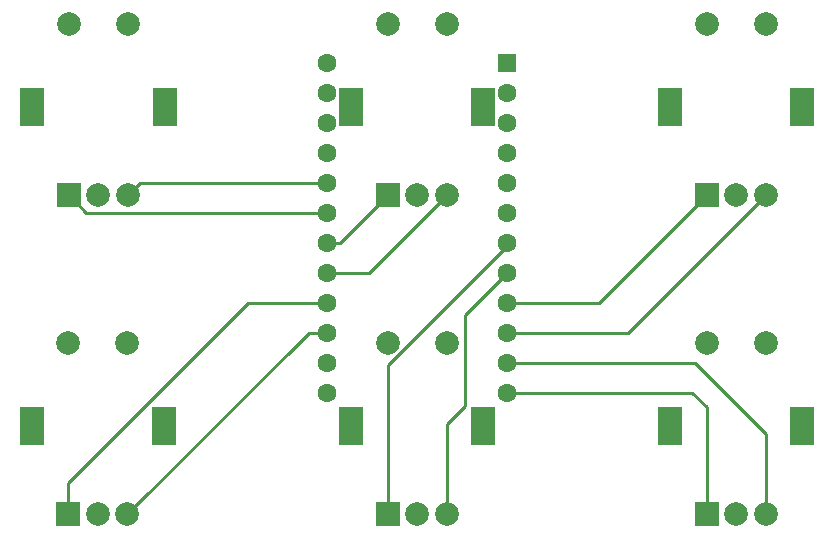
<source format=gbr>
%TF.GenerationSoftware,KiCad,Pcbnew,(6.0.1)*%
%TF.CreationDate,2022-05-09T03:02:38-04:00*%
%TF.ProjectId,RotaryEncoderHorror,526f7461-7279-4456-9e63-6f646572486f,rev?*%
%TF.SameCoordinates,Original*%
%TF.FileFunction,Copper,L1,Top*%
%TF.FilePolarity,Positive*%
%FSLAX46Y46*%
G04 Gerber Fmt 4.6, Leading zero omitted, Abs format (unit mm)*
G04 Created by KiCad (PCBNEW (6.0.1)) date 2022-05-09 03:02:38*
%MOMM*%
%LPD*%
G01*
G04 APERTURE LIST*
%TA.AperFunction,ComponentPad*%
%ADD10C,2.000000*%
%TD*%
%TA.AperFunction,ComponentPad*%
%ADD11R,2.000000X3.200000*%
%TD*%
%TA.AperFunction,ComponentPad*%
%ADD12R,2.000000X2.000000*%
%TD*%
%TA.AperFunction,ComponentPad*%
%ADD13R,1.600000X1.600000*%
%TD*%
%TA.AperFunction,ComponentPad*%
%ADD14C,1.600000*%
%TD*%
%TA.AperFunction,Conductor*%
%ADD15C,0.250000*%
%TD*%
G04 APERTURE END LIST*
D10*
%TO.P,SW6,S2,S2*%
%TO.N,unconnected-(SW6-PadS2)*%
X177000000Y-57250000D03*
%TO.P,SW6,S1,S1*%
%TO.N,unconnected-(SW6-PadS1)*%
X182000000Y-57250000D03*
D11*
%TO.P,SW6,MP*%
%TO.N,N/C*%
X185100000Y-64250000D03*
X173900000Y-64250000D03*
D10*
%TO.P,SW6,C,C*%
%TO.N,GND*%
X179500000Y-71750000D03*
%TO.P,SW6,B,B*%
%TO.N,/ROT_12*%
X182000000Y-71750000D03*
D12*
%TO.P,SW6,A,A*%
%TO.N,/ROT_11*%
X177000000Y-71750000D03*
%TD*%
%TO.P,SW3,A,A*%
%TO.N,/ROT_5*%
X122950000Y-71750000D03*
D10*
%TO.P,SW3,B,B*%
%TO.N,/ROT_6*%
X127950000Y-71750000D03*
%TO.P,SW3,C,C*%
%TO.N,GND*%
X125450000Y-71750000D03*
D11*
%TO.P,SW3,MP*%
%TO.N,N/C*%
X119850000Y-64250000D03*
X131050000Y-64250000D03*
D10*
%TO.P,SW3,S1,S1*%
%TO.N,unconnected-(SW3-PadS1)*%
X127950000Y-57250000D03*
%TO.P,SW3,S2,S2*%
%TO.N,unconnected-(SW3-PadS2)*%
X122950000Y-57250000D03*
%TD*%
%TO.P,SW4,S2,S2*%
%TO.N,unconnected-(SW4-PadS2)*%
X150000000Y-57250000D03*
%TO.P,SW4,S1,S1*%
%TO.N,unconnected-(SW4-PadS1)*%
X155000000Y-57250000D03*
D11*
%TO.P,SW4,MP*%
%TO.N,N/C*%
X146900000Y-64250000D03*
X158100000Y-64250000D03*
D10*
%TO.P,SW4,C,C*%
%TO.N,GND*%
X152500000Y-71750000D03*
%TO.P,SW4,B,B*%
%TO.N,/ROT_8*%
X155000000Y-71750000D03*
D12*
%TO.P,SW4,A,A*%
%TO.N,/ROT_7*%
X150000000Y-71750000D03*
%TD*%
%TO.P,SW5,A,A*%
%TO.N,/ROT_9*%
X177000000Y-44750000D03*
D10*
%TO.P,SW5,B,B*%
%TO.N,/ROT_10*%
X182000000Y-44750000D03*
%TO.P,SW5,C,C*%
%TO.N,GND*%
X179500000Y-44750000D03*
D11*
%TO.P,SW5,MP*%
%TO.N,N/C*%
X185100000Y-37250000D03*
X173900000Y-37250000D03*
D10*
%TO.P,SW5,S1,S1*%
%TO.N,unconnected-(SW5-PadS1)*%
X182000000Y-30250000D03*
%TO.P,SW5,S2,S2*%
%TO.N,unconnected-(SW5-PadS2)*%
X177000000Y-30250000D03*
%TD*%
D12*
%TO.P,SW1,A,A*%
%TO.N,/ROT_1*%
X123000000Y-44750000D03*
D10*
%TO.P,SW1,B,B*%
%TO.N,/ROT_2*%
X128000000Y-44750000D03*
%TO.P,SW1,C,C*%
%TO.N,GND*%
X125500000Y-44750000D03*
D11*
%TO.P,SW1,MP*%
%TO.N,N/C*%
X119900000Y-37250000D03*
X131100000Y-37250000D03*
D10*
%TO.P,SW1,S1,S1*%
%TO.N,unconnected-(SW1-PadS1)*%
X128000000Y-30250000D03*
%TO.P,SW1,S2,S2*%
%TO.N,unconnected-(SW1-PadS2)*%
X123000000Y-30250000D03*
%TD*%
D12*
%TO.P,SW2,A,A*%
%TO.N,/ROT_3*%
X150000000Y-44750000D03*
D10*
%TO.P,SW2,B,B*%
%TO.N,/ROT_4*%
X155000000Y-44750000D03*
%TO.P,SW2,C,C*%
%TO.N,GND*%
X152500000Y-44750000D03*
D11*
%TO.P,SW2,MP*%
%TO.N,N/C*%
X158100000Y-37250000D03*
X146900000Y-37250000D03*
D10*
%TO.P,SW2,S1,S1*%
%TO.N,unconnected-(SW2-PadS1)*%
X155000000Y-30250000D03*
%TO.P,SW2,S2,S2*%
%TO.N,unconnected-(SW2-PadS2)*%
X150000000Y-30250000D03*
%TD*%
D13*
%TO.P,U1,1,TX*%
%TO.N,unconnected-(U1-Pad1)*%
X160120000Y-33530000D03*
D14*
%TO.P,U1,2,RX*%
%TO.N,unconnected-(U1-Pad2)*%
X160120000Y-36070000D03*
%TO.P,U1,3,GND*%
%TO.N,GND*%
X160120000Y-38610000D03*
%TO.P,U1,4,GND*%
X160120000Y-41150000D03*
%TO.P,U1,5,SDA*%
%TO.N,unconnected-(U1-Pad5)*%
X160120000Y-43690000D03*
%TO.P,U1,6,SCL*%
%TO.N,unconnected-(U1-Pad6)*%
X160120000Y-46230000D03*
%TO.P,U1,7,D4*%
%TO.N,/ROT_7*%
X160120000Y-48770000D03*
%TO.P,U1,8,C6*%
%TO.N,/ROT_8*%
X160120000Y-51310000D03*
%TO.P,U1,9,D7*%
%TO.N,/ROT_9*%
X160120000Y-53850000D03*
%TO.P,U1,10,E6*%
%TO.N,/ROT_10*%
X160120000Y-56390000D03*
%TO.P,U1,11,B4*%
%TO.N,/ROT_12*%
X160120000Y-58930000D03*
%TO.P,U1,12,B5*%
%TO.N,/ROT_11*%
X160120000Y-61470000D03*
%TO.P,U1,13,B6*%
%TO.N,unconnected-(U1-Pad13)*%
X144880000Y-61470000D03*
%TO.P,U1,14,B2*%
%TO.N,unconnected-(U1-Pad14)*%
X144880000Y-58930000D03*
%TO.P,U1,15,B3*%
%TO.N,/ROT_6*%
X144880000Y-56390000D03*
%TO.P,U1,16,B1*%
%TO.N,/ROT_5*%
X144880000Y-53850000D03*
%TO.P,U1,17,F7*%
%TO.N,/ROT_4*%
X144880000Y-51310000D03*
%TO.P,U1,18,F6*%
%TO.N,/ROT_3*%
X144880000Y-48770000D03*
%TO.P,U1,19,F5*%
%TO.N,/ROT_1*%
X144880000Y-46230000D03*
%TO.P,U1,20,F4*%
%TO.N,/ROT_2*%
X144880000Y-43690000D03*
%TO.P,U1,21,VCC*%
%TO.N,+3V3*%
X144880000Y-41150000D03*
%TO.P,U1,22,RST*%
%TO.N,unconnected-(U1-Pad22)*%
X144880000Y-38610000D03*
%TO.P,U1,23,GND*%
%TO.N,GND*%
X144880000Y-36070000D03*
%TO.P,U1,24,RAW*%
%TO.N,unconnected-(U1-Pad24)*%
X144880000Y-33530000D03*
%TD*%
D15*
%TO.N,/ROT_11*%
X177000000Y-62700000D02*
X177000000Y-71750000D01*
X175770000Y-61470000D02*
X177000000Y-62700000D01*
X160120000Y-61470000D02*
X175770000Y-61470000D01*
%TO.N,/ROT_12*%
X182000000Y-64950000D02*
X182000000Y-71750000D01*
X175980000Y-58930000D02*
X182000000Y-64950000D01*
X160120000Y-58930000D02*
X175980000Y-58930000D01*
%TO.N,/ROT_10*%
X160120000Y-56390000D02*
X170360000Y-56390000D01*
X170360000Y-56390000D02*
X182000000Y-44750000D01*
%TO.N,/ROT_9*%
X167900000Y-53850000D02*
X177000000Y-44750000D01*
X160120000Y-53850000D02*
X167900000Y-53850000D01*
%TO.N,/ROT_8*%
X156550000Y-54880000D02*
X160120000Y-51310000D01*
X156550000Y-62575489D02*
X156550000Y-54880000D01*
X155000000Y-64125489D02*
X156550000Y-62575489D01*
X155000000Y-71750000D02*
X155000000Y-64125489D01*
%TO.N,/ROT_7*%
X160120000Y-49003143D02*
X160120000Y-48770000D01*
X150000000Y-59123143D02*
X160120000Y-49003143D01*
X150000000Y-71750000D02*
X150000000Y-59123143D01*
%TO.N,/ROT_6*%
X143310000Y-56390000D02*
X144880000Y-56390000D01*
X127950000Y-71750000D02*
X143310000Y-56390000D01*
%TO.N,/ROT_5*%
X138200978Y-53850000D02*
X144880000Y-53850000D01*
X122950000Y-69100978D02*
X138200978Y-53850000D01*
X122950000Y-71750000D02*
X122950000Y-69100978D01*
%TO.N,/ROT_4*%
X148440000Y-51310000D02*
X144880000Y-51310000D01*
X155000000Y-44750000D02*
X148440000Y-51310000D01*
%TO.N,/ROT_3*%
X145980000Y-48770000D02*
X144880000Y-48770000D01*
X150000000Y-44750000D02*
X145980000Y-48770000D01*
%TO.N,/ROT_1*%
X124480000Y-46230000D02*
X123000000Y-44750000D01*
X144880000Y-46230000D02*
X124480000Y-46230000D01*
%TO.N,/ROT_2*%
X129060000Y-43690000D02*
X128000000Y-44750000D01*
X144880000Y-43690000D02*
X129060000Y-43690000D01*
%TD*%
M02*

</source>
